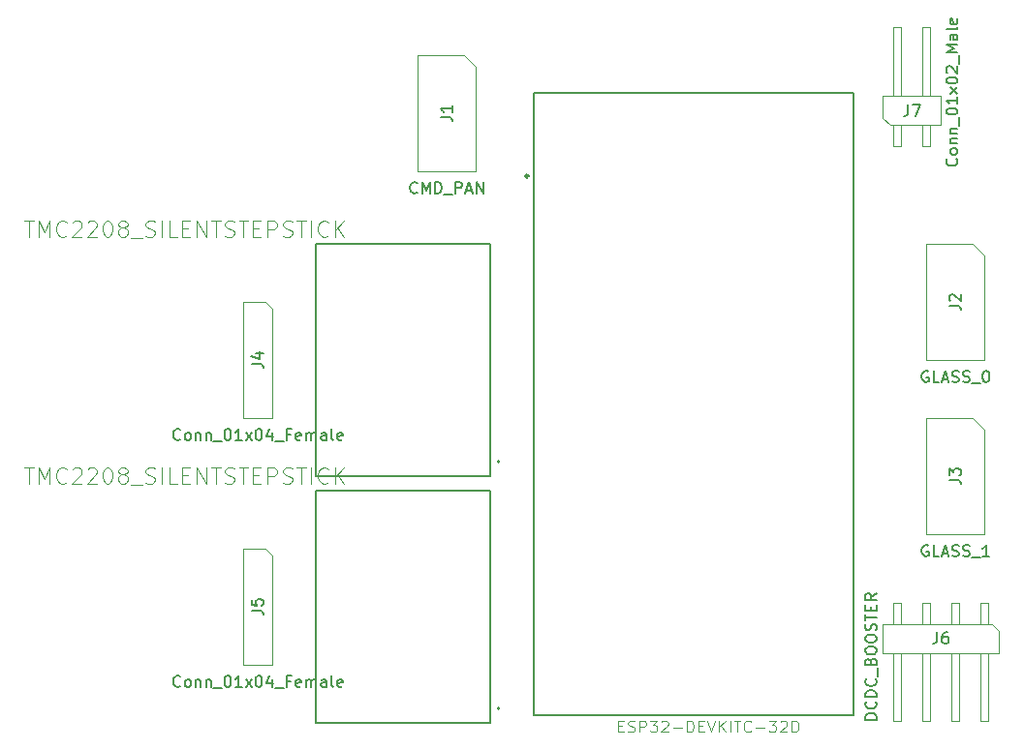
<source format=gbr>
%TF.GenerationSoftware,KiCad,Pcbnew,(5.1.7)-1*%
%TF.CreationDate,2021-03-18T15:35:39+01:00*%
%TF.ProjectId,RBY_tireuse,5242595f-7469-4726-9575-73652e6b6963,rev?*%
%TF.SameCoordinates,Original*%
%TF.FileFunction,Other,Fab,Top*%
%FSLAX46Y46*%
G04 Gerber Fmt 4.6, Leading zero omitted, Abs format (unit mm)*
G04 Created by KiCad (PCBNEW (5.1.7)-1) date 2021-03-18 15:35:39*
%MOMM*%
%LPD*%
G01*
G04 APERTURE LIST*
%ADD10C,0.100000*%
%ADD11C,0.280000*%
%ADD12C,0.127000*%
%ADD13C,0.200000*%
%ADD14C,0.150000*%
%ADD15C,0.015000*%
G04 APERTURE END LIST*
D10*
%TO.C,J6*%
X111440000Y-105640000D02*
X111440000Y-111640000D01*
X112080000Y-111640000D02*
X111440000Y-111640000D01*
X112080000Y-105640000D02*
X112080000Y-111640000D01*
X111440000Y-101280000D02*
X111440000Y-103100000D01*
X112080000Y-101280000D02*
X111440000Y-101280000D01*
X112080000Y-101280000D02*
X112080000Y-103100000D01*
X113980000Y-105640000D02*
X113980000Y-111640000D01*
X114620000Y-111640000D02*
X113980000Y-111640000D01*
X114620000Y-105640000D02*
X114620000Y-111640000D01*
X113980000Y-101280000D02*
X113980000Y-103100000D01*
X114620000Y-101280000D02*
X113980000Y-101280000D01*
X114620000Y-101280000D02*
X114620000Y-103100000D01*
X116520000Y-105640000D02*
X116520000Y-111640000D01*
X117160000Y-111640000D02*
X116520000Y-111640000D01*
X117160000Y-105640000D02*
X117160000Y-111640000D01*
X116520000Y-101280000D02*
X116520000Y-103100000D01*
X117160000Y-101280000D02*
X116520000Y-101280000D01*
X117160000Y-101280000D02*
X117160000Y-103100000D01*
X119060000Y-105640000D02*
X119060000Y-111640000D01*
X119700000Y-111640000D02*
X119060000Y-111640000D01*
X119700000Y-105640000D02*
X119700000Y-111640000D01*
X119060000Y-101280000D02*
X119060000Y-103100000D01*
X119700000Y-101280000D02*
X119060000Y-101280000D01*
X119700000Y-101280000D02*
X119700000Y-103100000D01*
X120015000Y-103100000D02*
X120650000Y-103735000D01*
X110490000Y-103100000D02*
X120015000Y-103100000D01*
X110490000Y-105640000D02*
X110490000Y-103100000D01*
X120650000Y-105640000D02*
X110490000Y-105640000D01*
X120650000Y-103735000D02*
X120650000Y-105640000D01*
D11*
%TO.C,U1*%
X79520000Y-63920000D02*
G75*
G03*
X79520000Y-63920000I-140000J0D01*
G01*
X79520000Y-63920000D02*
G75*
G03*
X79520000Y-63920000I-140000J0D01*
G01*
D12*
X80030000Y-111070000D02*
X80030000Y-56670000D01*
X107930000Y-111070000D02*
X80030000Y-111070000D01*
X107930000Y-56670000D02*
X107930000Y-111070000D01*
X80030000Y-56670000D02*
X107930000Y-56670000D01*
D10*
%TO.C,J7*%
X114620000Y-56920000D02*
X114620000Y-50920000D01*
X113980000Y-50920000D02*
X114620000Y-50920000D01*
X113980000Y-56920000D02*
X113980000Y-50920000D01*
X114620000Y-61280000D02*
X114620000Y-59460000D01*
X113980000Y-61280000D02*
X114620000Y-61280000D01*
X113980000Y-61280000D02*
X113980000Y-59460000D01*
X112080000Y-56920000D02*
X112080000Y-50920000D01*
X111440000Y-50920000D02*
X112080000Y-50920000D01*
X111440000Y-56920000D02*
X111440000Y-50920000D01*
X112080000Y-61280000D02*
X112080000Y-59460000D01*
X111440000Y-61280000D02*
X112080000Y-61280000D01*
X111440000Y-61280000D02*
X111440000Y-59460000D01*
X111125000Y-59460000D02*
X110490000Y-58825000D01*
X115570000Y-59460000D02*
X111125000Y-59460000D01*
X115570000Y-56920000D02*
X115570000Y-59460000D01*
X110490000Y-56920000D02*
X115570000Y-56920000D01*
X110490000Y-58825000D02*
X110490000Y-56920000D01*
%TO.C,J3*%
X114300000Y-95250000D02*
X114300000Y-85090000D01*
X119380000Y-95250000D02*
X114300000Y-95250000D01*
X119380000Y-86090000D02*
X119380000Y-95250000D01*
X118380000Y-85090000D02*
X119380000Y-86090000D01*
X114300000Y-85090000D02*
X118380000Y-85090000D01*
%TO.C,J2*%
X114300000Y-80010000D02*
X114300000Y-69850000D01*
X119380000Y-80010000D02*
X114300000Y-80010000D01*
X119380000Y-70850000D02*
X119380000Y-80010000D01*
X118380000Y-69850000D02*
X119380000Y-70850000D01*
X114300000Y-69850000D02*
X118380000Y-69850000D01*
%TO.C,J1*%
X69850000Y-63500000D02*
X69850000Y-53340000D01*
X74930000Y-63500000D02*
X69850000Y-63500000D01*
X74930000Y-54340000D02*
X74930000Y-63500000D01*
X73930000Y-53340000D02*
X74930000Y-54340000D01*
X69850000Y-53340000D02*
X73930000Y-53340000D01*
%TO.C,J4*%
X54610000Y-85090000D02*
X54610000Y-74930000D01*
X57150000Y-85090000D02*
X54610000Y-85090000D01*
X57150000Y-75565000D02*
X57150000Y-85090000D01*
X56515000Y-74930000D02*
X57150000Y-75565000D01*
X54610000Y-74930000D02*
X56515000Y-74930000D01*
%TO.C,J5*%
X54610000Y-96520000D02*
X56515000Y-96520000D01*
X56515000Y-96520000D02*
X57150000Y-97155000D01*
X57150000Y-97155000D02*
X57150000Y-106680000D01*
X57150000Y-106680000D02*
X54610000Y-106680000D01*
X54610000Y-106680000D02*
X54610000Y-96520000D01*
D13*
%TO.C,U2*%
X76980000Y-88900000D02*
G75*
G03*
X76980000Y-88900000I-100000J0D01*
G01*
D12*
X76200000Y-90170000D02*
X76200000Y-69850000D01*
X60960000Y-90170000D02*
X76200000Y-90170000D01*
X60960000Y-69850000D02*
X60960000Y-90170000D01*
X76200000Y-69850000D02*
X60960000Y-69850000D01*
%TO.C,U3*%
X76200000Y-91440000D02*
X60960000Y-91440000D01*
X60960000Y-91440000D02*
X60960000Y-111760000D01*
X60960000Y-111760000D02*
X76200000Y-111760000D01*
X76200000Y-111760000D02*
X76200000Y-91440000D01*
D13*
X76980000Y-110490000D02*
G75*
G03*
X76980000Y-110490000I-100000J0D01*
G01*
%TD*%
%TO.C,J6*%
D14*
X109942380Y-111485000D02*
X108942380Y-111485000D01*
X108942380Y-111246904D01*
X108990000Y-111104047D01*
X109085238Y-111008809D01*
X109180476Y-110961190D01*
X109370952Y-110913571D01*
X109513809Y-110913571D01*
X109704285Y-110961190D01*
X109799523Y-111008809D01*
X109894761Y-111104047D01*
X109942380Y-111246904D01*
X109942380Y-111485000D01*
X109847142Y-109913571D02*
X109894761Y-109961190D01*
X109942380Y-110104047D01*
X109942380Y-110199285D01*
X109894761Y-110342142D01*
X109799523Y-110437380D01*
X109704285Y-110485000D01*
X109513809Y-110532619D01*
X109370952Y-110532619D01*
X109180476Y-110485000D01*
X109085238Y-110437380D01*
X108990000Y-110342142D01*
X108942380Y-110199285D01*
X108942380Y-110104047D01*
X108990000Y-109961190D01*
X109037619Y-109913571D01*
X109942380Y-109485000D02*
X108942380Y-109485000D01*
X108942380Y-109246904D01*
X108990000Y-109104047D01*
X109085238Y-109008809D01*
X109180476Y-108961190D01*
X109370952Y-108913571D01*
X109513809Y-108913571D01*
X109704285Y-108961190D01*
X109799523Y-109008809D01*
X109894761Y-109104047D01*
X109942380Y-109246904D01*
X109942380Y-109485000D01*
X109847142Y-107913571D02*
X109894761Y-107961190D01*
X109942380Y-108104047D01*
X109942380Y-108199285D01*
X109894761Y-108342142D01*
X109799523Y-108437380D01*
X109704285Y-108485000D01*
X109513809Y-108532619D01*
X109370952Y-108532619D01*
X109180476Y-108485000D01*
X109085238Y-108437380D01*
X108990000Y-108342142D01*
X108942380Y-108199285D01*
X108942380Y-108104047D01*
X108990000Y-107961190D01*
X109037619Y-107913571D01*
X110037619Y-107723095D02*
X110037619Y-106961190D01*
X109418571Y-106389761D02*
X109466190Y-106246904D01*
X109513809Y-106199285D01*
X109609047Y-106151666D01*
X109751904Y-106151666D01*
X109847142Y-106199285D01*
X109894761Y-106246904D01*
X109942380Y-106342142D01*
X109942380Y-106723095D01*
X108942380Y-106723095D01*
X108942380Y-106389761D01*
X108990000Y-106294523D01*
X109037619Y-106246904D01*
X109132857Y-106199285D01*
X109228095Y-106199285D01*
X109323333Y-106246904D01*
X109370952Y-106294523D01*
X109418571Y-106389761D01*
X109418571Y-106723095D01*
X108942380Y-105532619D02*
X108942380Y-105342142D01*
X108990000Y-105246904D01*
X109085238Y-105151666D01*
X109275714Y-105104047D01*
X109609047Y-105104047D01*
X109799523Y-105151666D01*
X109894761Y-105246904D01*
X109942380Y-105342142D01*
X109942380Y-105532619D01*
X109894761Y-105627857D01*
X109799523Y-105723095D01*
X109609047Y-105770714D01*
X109275714Y-105770714D01*
X109085238Y-105723095D01*
X108990000Y-105627857D01*
X108942380Y-105532619D01*
X108942380Y-104485000D02*
X108942380Y-104294523D01*
X108990000Y-104199285D01*
X109085238Y-104104047D01*
X109275714Y-104056428D01*
X109609047Y-104056428D01*
X109799523Y-104104047D01*
X109894761Y-104199285D01*
X109942380Y-104294523D01*
X109942380Y-104485000D01*
X109894761Y-104580238D01*
X109799523Y-104675476D01*
X109609047Y-104723095D01*
X109275714Y-104723095D01*
X109085238Y-104675476D01*
X108990000Y-104580238D01*
X108942380Y-104485000D01*
X109894761Y-103675476D02*
X109942380Y-103532619D01*
X109942380Y-103294523D01*
X109894761Y-103199285D01*
X109847142Y-103151666D01*
X109751904Y-103104047D01*
X109656666Y-103104047D01*
X109561428Y-103151666D01*
X109513809Y-103199285D01*
X109466190Y-103294523D01*
X109418571Y-103485000D01*
X109370952Y-103580238D01*
X109323333Y-103627857D01*
X109228095Y-103675476D01*
X109132857Y-103675476D01*
X109037619Y-103627857D01*
X108990000Y-103580238D01*
X108942380Y-103485000D01*
X108942380Y-103246904D01*
X108990000Y-103104047D01*
X108942380Y-102818333D02*
X108942380Y-102246904D01*
X109942380Y-102532619D02*
X108942380Y-102532619D01*
X109418571Y-101913571D02*
X109418571Y-101580238D01*
X109942380Y-101437380D02*
X109942380Y-101913571D01*
X108942380Y-101913571D01*
X108942380Y-101437380D01*
X109942380Y-100437380D02*
X109466190Y-100770714D01*
X109942380Y-101008809D02*
X108942380Y-101008809D01*
X108942380Y-100627857D01*
X108990000Y-100532619D01*
X109037619Y-100485000D01*
X109132857Y-100437380D01*
X109275714Y-100437380D01*
X109370952Y-100485000D01*
X109418571Y-100532619D01*
X109466190Y-100627857D01*
X109466190Y-101008809D01*
X115236666Y-103822380D02*
X115236666Y-104536666D01*
X115189047Y-104679523D01*
X115093809Y-104774761D01*
X114950952Y-104822380D01*
X114855714Y-104822380D01*
X116141428Y-103822380D02*
X115950952Y-103822380D01*
X115855714Y-103870000D01*
X115808095Y-103917619D01*
X115712857Y-104060476D01*
X115665238Y-104250952D01*
X115665238Y-104631904D01*
X115712857Y-104727142D01*
X115760476Y-104774761D01*
X115855714Y-104822380D01*
X116046190Y-104822380D01*
X116141428Y-104774761D01*
X116189047Y-104727142D01*
X116236666Y-104631904D01*
X116236666Y-104393809D01*
X116189047Y-104298571D01*
X116141428Y-104250952D01*
X116046190Y-104203333D01*
X115855714Y-104203333D01*
X115760476Y-104250952D01*
X115712857Y-104298571D01*
X115665238Y-104393809D01*
%TO.C,U1*%
D15*
X87379825Y-112043031D02*
X87713507Y-112043031D01*
X87856514Y-112567389D02*
X87379825Y-112567389D01*
X87379825Y-111566342D01*
X87856514Y-111566342D01*
X88237865Y-112519720D02*
X88380872Y-112567389D01*
X88619216Y-112567389D01*
X88714554Y-112519720D01*
X88762223Y-112472051D01*
X88809892Y-112376713D01*
X88809892Y-112281376D01*
X88762223Y-112186038D01*
X88714554Y-112138369D01*
X88619216Y-112090700D01*
X88428541Y-112043031D01*
X88333203Y-111995362D01*
X88285534Y-111947693D01*
X88237865Y-111852356D01*
X88237865Y-111757018D01*
X88285534Y-111661680D01*
X88333203Y-111614011D01*
X88428541Y-111566342D01*
X88666885Y-111566342D01*
X88809892Y-111614011D01*
X89238912Y-112567389D02*
X89238912Y-111566342D01*
X89620263Y-111566342D01*
X89715601Y-111614011D01*
X89763270Y-111661680D01*
X89810939Y-111757018D01*
X89810939Y-111900024D01*
X89763270Y-111995362D01*
X89715601Y-112043031D01*
X89620263Y-112090700D01*
X89238912Y-112090700D01*
X90144621Y-111566342D02*
X90764317Y-111566342D01*
X90430635Y-111947693D01*
X90573641Y-111947693D01*
X90668979Y-111995362D01*
X90716648Y-112043031D01*
X90764317Y-112138369D01*
X90764317Y-112376713D01*
X90716648Y-112472051D01*
X90668979Y-112519720D01*
X90573641Y-112567389D01*
X90287628Y-112567389D01*
X90192290Y-112519720D01*
X90144621Y-112472051D01*
X91145668Y-111661680D02*
X91193337Y-111614011D01*
X91288675Y-111566342D01*
X91527019Y-111566342D01*
X91622357Y-111614011D01*
X91670026Y-111661680D01*
X91717695Y-111757018D01*
X91717695Y-111852356D01*
X91670026Y-111995362D01*
X91097999Y-112567389D01*
X91717695Y-112567389D01*
X92146715Y-112186038D02*
X92909418Y-112186038D01*
X93386107Y-112567389D02*
X93386107Y-111566342D01*
X93624451Y-111566342D01*
X93767458Y-111614011D01*
X93862796Y-111709349D01*
X93910465Y-111804687D01*
X93958134Y-111995362D01*
X93958134Y-112138369D01*
X93910465Y-112329045D01*
X93862796Y-112424382D01*
X93767458Y-112519720D01*
X93624451Y-112567389D01*
X93386107Y-112567389D01*
X94387154Y-112043031D02*
X94720836Y-112043031D01*
X94863843Y-112567389D02*
X94387154Y-112567389D01*
X94387154Y-111566342D01*
X94863843Y-111566342D01*
X95149856Y-111566342D02*
X95483538Y-112567389D01*
X95817221Y-111566342D01*
X96150903Y-112567389D02*
X96150903Y-111566342D01*
X96722930Y-112567389D02*
X96293910Y-111995362D01*
X96722930Y-111566342D02*
X96150903Y-112138369D01*
X97151950Y-112567389D02*
X97151950Y-111566342D01*
X97485632Y-111566342D02*
X98057659Y-111566342D01*
X97771646Y-112567389D02*
X97771646Y-111566342D01*
X98963369Y-112472051D02*
X98915700Y-112519720D01*
X98772693Y-112567389D01*
X98677355Y-112567389D01*
X98534348Y-112519720D01*
X98439011Y-112424382D01*
X98391342Y-112329045D01*
X98343673Y-112138369D01*
X98343673Y-111995362D01*
X98391342Y-111804687D01*
X98439011Y-111709349D01*
X98534348Y-111614011D01*
X98677355Y-111566342D01*
X98772693Y-111566342D01*
X98915700Y-111614011D01*
X98963369Y-111661680D01*
X99392389Y-112186038D02*
X100155091Y-112186038D01*
X100536442Y-111566342D02*
X101156138Y-111566342D01*
X100822456Y-111947693D01*
X100965463Y-111947693D01*
X101060800Y-111995362D01*
X101108469Y-112043031D01*
X101156138Y-112138369D01*
X101156138Y-112376713D01*
X101108469Y-112472051D01*
X101060800Y-112519720D01*
X100965463Y-112567389D01*
X100679449Y-112567389D01*
X100584111Y-112519720D01*
X100536442Y-112472051D01*
X101537489Y-111661680D02*
X101585158Y-111614011D01*
X101680496Y-111566342D01*
X101918841Y-111566342D01*
X102014178Y-111614011D01*
X102061847Y-111661680D01*
X102109516Y-111757018D01*
X102109516Y-111852356D01*
X102061847Y-111995362D01*
X101489820Y-112567389D01*
X102109516Y-112567389D01*
X102538536Y-112567389D02*
X102538536Y-111566342D01*
X102776881Y-111566342D01*
X102919888Y-111614011D01*
X103015225Y-111709349D01*
X103062894Y-111804687D01*
X103110563Y-111995362D01*
X103110563Y-112138369D01*
X103062894Y-112329045D01*
X103015225Y-112424382D01*
X102919888Y-112519720D01*
X102776881Y-112567389D01*
X102538536Y-112567389D01*
%TO.C,J7*%
D14*
X116927142Y-62408333D02*
X116974761Y-62455952D01*
X117022380Y-62598809D01*
X117022380Y-62694047D01*
X116974761Y-62836904D01*
X116879523Y-62932142D01*
X116784285Y-62979761D01*
X116593809Y-63027380D01*
X116450952Y-63027380D01*
X116260476Y-62979761D01*
X116165238Y-62932142D01*
X116070000Y-62836904D01*
X116022380Y-62694047D01*
X116022380Y-62598809D01*
X116070000Y-62455952D01*
X116117619Y-62408333D01*
X117022380Y-61836904D02*
X116974761Y-61932142D01*
X116927142Y-61979761D01*
X116831904Y-62027380D01*
X116546190Y-62027380D01*
X116450952Y-61979761D01*
X116403333Y-61932142D01*
X116355714Y-61836904D01*
X116355714Y-61694047D01*
X116403333Y-61598809D01*
X116450952Y-61551190D01*
X116546190Y-61503571D01*
X116831904Y-61503571D01*
X116927142Y-61551190D01*
X116974761Y-61598809D01*
X117022380Y-61694047D01*
X117022380Y-61836904D01*
X116355714Y-61075000D02*
X117022380Y-61075000D01*
X116450952Y-61075000D02*
X116403333Y-61027380D01*
X116355714Y-60932142D01*
X116355714Y-60789285D01*
X116403333Y-60694047D01*
X116498571Y-60646428D01*
X117022380Y-60646428D01*
X116355714Y-60170238D02*
X117022380Y-60170238D01*
X116450952Y-60170238D02*
X116403333Y-60122619D01*
X116355714Y-60027380D01*
X116355714Y-59884523D01*
X116403333Y-59789285D01*
X116498571Y-59741666D01*
X117022380Y-59741666D01*
X117117619Y-59503571D02*
X117117619Y-58741666D01*
X116022380Y-58313095D02*
X116022380Y-58217857D01*
X116070000Y-58122619D01*
X116117619Y-58075000D01*
X116212857Y-58027380D01*
X116403333Y-57979761D01*
X116641428Y-57979761D01*
X116831904Y-58027380D01*
X116927142Y-58075000D01*
X116974761Y-58122619D01*
X117022380Y-58217857D01*
X117022380Y-58313095D01*
X116974761Y-58408333D01*
X116927142Y-58455952D01*
X116831904Y-58503571D01*
X116641428Y-58551190D01*
X116403333Y-58551190D01*
X116212857Y-58503571D01*
X116117619Y-58455952D01*
X116070000Y-58408333D01*
X116022380Y-58313095D01*
X117022380Y-57027380D02*
X117022380Y-57598809D01*
X117022380Y-57313095D02*
X116022380Y-57313095D01*
X116165238Y-57408333D01*
X116260476Y-57503571D01*
X116308095Y-57598809D01*
X117022380Y-56694047D02*
X116355714Y-56170238D01*
X116355714Y-56694047D02*
X117022380Y-56170238D01*
X116022380Y-55598809D02*
X116022380Y-55503571D01*
X116070000Y-55408333D01*
X116117619Y-55360714D01*
X116212857Y-55313095D01*
X116403333Y-55265476D01*
X116641428Y-55265476D01*
X116831904Y-55313095D01*
X116927142Y-55360714D01*
X116974761Y-55408333D01*
X117022380Y-55503571D01*
X117022380Y-55598809D01*
X116974761Y-55694047D01*
X116927142Y-55741666D01*
X116831904Y-55789285D01*
X116641428Y-55836904D01*
X116403333Y-55836904D01*
X116212857Y-55789285D01*
X116117619Y-55741666D01*
X116070000Y-55694047D01*
X116022380Y-55598809D01*
X116117619Y-54884523D02*
X116070000Y-54836904D01*
X116022380Y-54741666D01*
X116022380Y-54503571D01*
X116070000Y-54408333D01*
X116117619Y-54360714D01*
X116212857Y-54313095D01*
X116308095Y-54313095D01*
X116450952Y-54360714D01*
X117022380Y-54932142D01*
X117022380Y-54313095D01*
X117117619Y-54122619D02*
X117117619Y-53360714D01*
X117022380Y-53122619D02*
X116022380Y-53122619D01*
X116736666Y-52789285D01*
X116022380Y-52455952D01*
X117022380Y-52455952D01*
X117022380Y-51551190D02*
X116498571Y-51551190D01*
X116403333Y-51598809D01*
X116355714Y-51694047D01*
X116355714Y-51884523D01*
X116403333Y-51979761D01*
X116974761Y-51551190D02*
X117022380Y-51646428D01*
X117022380Y-51884523D01*
X116974761Y-51979761D01*
X116879523Y-52027380D01*
X116784285Y-52027380D01*
X116689047Y-51979761D01*
X116641428Y-51884523D01*
X116641428Y-51646428D01*
X116593809Y-51551190D01*
X117022380Y-50932142D02*
X116974761Y-51027380D01*
X116879523Y-51075000D01*
X116022380Y-51075000D01*
X116974761Y-50170238D02*
X117022380Y-50265476D01*
X117022380Y-50455952D01*
X116974761Y-50551190D01*
X116879523Y-50598809D01*
X116498571Y-50598809D01*
X116403333Y-50551190D01*
X116355714Y-50455952D01*
X116355714Y-50265476D01*
X116403333Y-50170238D01*
X116498571Y-50122619D01*
X116593809Y-50122619D01*
X116689047Y-50598809D01*
X112696666Y-57642380D02*
X112696666Y-58356666D01*
X112649047Y-58499523D01*
X112553809Y-58594761D01*
X112410952Y-58642380D01*
X112315714Y-58642380D01*
X113077619Y-57642380D02*
X113744285Y-57642380D01*
X113315714Y-58642380D01*
%TO.C,J3*%
X114459047Y-96250000D02*
X114363809Y-96202380D01*
X114220952Y-96202380D01*
X114078095Y-96250000D01*
X113982857Y-96345238D01*
X113935238Y-96440476D01*
X113887619Y-96630952D01*
X113887619Y-96773809D01*
X113935238Y-96964285D01*
X113982857Y-97059523D01*
X114078095Y-97154761D01*
X114220952Y-97202380D01*
X114316190Y-97202380D01*
X114459047Y-97154761D01*
X114506666Y-97107142D01*
X114506666Y-96773809D01*
X114316190Y-96773809D01*
X115411428Y-97202380D02*
X114935238Y-97202380D01*
X114935238Y-96202380D01*
X115697142Y-96916666D02*
X116173333Y-96916666D01*
X115601904Y-97202380D02*
X115935238Y-96202380D01*
X116268571Y-97202380D01*
X116554285Y-97154761D02*
X116697142Y-97202380D01*
X116935238Y-97202380D01*
X117030476Y-97154761D01*
X117078095Y-97107142D01*
X117125714Y-97011904D01*
X117125714Y-96916666D01*
X117078095Y-96821428D01*
X117030476Y-96773809D01*
X116935238Y-96726190D01*
X116744761Y-96678571D01*
X116649523Y-96630952D01*
X116601904Y-96583333D01*
X116554285Y-96488095D01*
X116554285Y-96392857D01*
X116601904Y-96297619D01*
X116649523Y-96250000D01*
X116744761Y-96202380D01*
X116982857Y-96202380D01*
X117125714Y-96250000D01*
X117506666Y-97154761D02*
X117649523Y-97202380D01*
X117887619Y-97202380D01*
X117982857Y-97154761D01*
X118030476Y-97107142D01*
X118078095Y-97011904D01*
X118078095Y-96916666D01*
X118030476Y-96821428D01*
X117982857Y-96773809D01*
X117887619Y-96726190D01*
X117697142Y-96678571D01*
X117601904Y-96630952D01*
X117554285Y-96583333D01*
X117506666Y-96488095D01*
X117506666Y-96392857D01*
X117554285Y-96297619D01*
X117601904Y-96250000D01*
X117697142Y-96202380D01*
X117935238Y-96202380D01*
X118078095Y-96250000D01*
X118268571Y-97297619D02*
X119030476Y-97297619D01*
X119792380Y-97202380D02*
X119220952Y-97202380D01*
X119506666Y-97202380D02*
X119506666Y-96202380D01*
X119411428Y-96345238D01*
X119316190Y-96440476D01*
X119220952Y-96488095D01*
X116292380Y-90503333D02*
X117006666Y-90503333D01*
X117149523Y-90550952D01*
X117244761Y-90646190D01*
X117292380Y-90789047D01*
X117292380Y-90884285D01*
X116292380Y-90122380D02*
X116292380Y-89503333D01*
X116673333Y-89836666D01*
X116673333Y-89693809D01*
X116720952Y-89598571D01*
X116768571Y-89550952D01*
X116863809Y-89503333D01*
X117101904Y-89503333D01*
X117197142Y-89550952D01*
X117244761Y-89598571D01*
X117292380Y-89693809D01*
X117292380Y-89979523D01*
X117244761Y-90074761D01*
X117197142Y-90122380D01*
%TO.C,J2*%
X114459047Y-81010000D02*
X114363809Y-80962380D01*
X114220952Y-80962380D01*
X114078095Y-81010000D01*
X113982857Y-81105238D01*
X113935238Y-81200476D01*
X113887619Y-81390952D01*
X113887619Y-81533809D01*
X113935238Y-81724285D01*
X113982857Y-81819523D01*
X114078095Y-81914761D01*
X114220952Y-81962380D01*
X114316190Y-81962380D01*
X114459047Y-81914761D01*
X114506666Y-81867142D01*
X114506666Y-81533809D01*
X114316190Y-81533809D01*
X115411428Y-81962380D02*
X114935238Y-81962380D01*
X114935238Y-80962380D01*
X115697142Y-81676666D02*
X116173333Y-81676666D01*
X115601904Y-81962380D02*
X115935238Y-80962380D01*
X116268571Y-81962380D01*
X116554285Y-81914761D02*
X116697142Y-81962380D01*
X116935238Y-81962380D01*
X117030476Y-81914761D01*
X117078095Y-81867142D01*
X117125714Y-81771904D01*
X117125714Y-81676666D01*
X117078095Y-81581428D01*
X117030476Y-81533809D01*
X116935238Y-81486190D01*
X116744761Y-81438571D01*
X116649523Y-81390952D01*
X116601904Y-81343333D01*
X116554285Y-81248095D01*
X116554285Y-81152857D01*
X116601904Y-81057619D01*
X116649523Y-81010000D01*
X116744761Y-80962380D01*
X116982857Y-80962380D01*
X117125714Y-81010000D01*
X117506666Y-81914761D02*
X117649523Y-81962380D01*
X117887619Y-81962380D01*
X117982857Y-81914761D01*
X118030476Y-81867142D01*
X118078095Y-81771904D01*
X118078095Y-81676666D01*
X118030476Y-81581428D01*
X117982857Y-81533809D01*
X117887619Y-81486190D01*
X117697142Y-81438571D01*
X117601904Y-81390952D01*
X117554285Y-81343333D01*
X117506666Y-81248095D01*
X117506666Y-81152857D01*
X117554285Y-81057619D01*
X117601904Y-81010000D01*
X117697142Y-80962380D01*
X117935238Y-80962380D01*
X118078095Y-81010000D01*
X118268571Y-82057619D02*
X119030476Y-82057619D01*
X119459047Y-80962380D02*
X119554285Y-80962380D01*
X119649523Y-81010000D01*
X119697142Y-81057619D01*
X119744761Y-81152857D01*
X119792380Y-81343333D01*
X119792380Y-81581428D01*
X119744761Y-81771904D01*
X119697142Y-81867142D01*
X119649523Y-81914761D01*
X119554285Y-81962380D01*
X119459047Y-81962380D01*
X119363809Y-81914761D01*
X119316190Y-81867142D01*
X119268571Y-81771904D01*
X119220952Y-81581428D01*
X119220952Y-81343333D01*
X119268571Y-81152857D01*
X119316190Y-81057619D01*
X119363809Y-81010000D01*
X119459047Y-80962380D01*
X116292380Y-75263333D02*
X117006666Y-75263333D01*
X117149523Y-75310952D01*
X117244761Y-75406190D01*
X117292380Y-75549047D01*
X117292380Y-75644285D01*
X116387619Y-74834761D02*
X116340000Y-74787142D01*
X116292380Y-74691904D01*
X116292380Y-74453809D01*
X116340000Y-74358571D01*
X116387619Y-74310952D01*
X116482857Y-74263333D01*
X116578095Y-74263333D01*
X116720952Y-74310952D01*
X117292380Y-74882380D01*
X117292380Y-74263333D01*
%TO.C,J1*%
X69794761Y-65357142D02*
X69747142Y-65404761D01*
X69604285Y-65452380D01*
X69509047Y-65452380D01*
X69366190Y-65404761D01*
X69270952Y-65309523D01*
X69223333Y-65214285D01*
X69175714Y-65023809D01*
X69175714Y-64880952D01*
X69223333Y-64690476D01*
X69270952Y-64595238D01*
X69366190Y-64500000D01*
X69509047Y-64452380D01*
X69604285Y-64452380D01*
X69747142Y-64500000D01*
X69794761Y-64547619D01*
X70223333Y-65452380D02*
X70223333Y-64452380D01*
X70556666Y-65166666D01*
X70890000Y-64452380D01*
X70890000Y-65452380D01*
X71366190Y-65452380D02*
X71366190Y-64452380D01*
X71604285Y-64452380D01*
X71747142Y-64500000D01*
X71842380Y-64595238D01*
X71890000Y-64690476D01*
X71937619Y-64880952D01*
X71937619Y-65023809D01*
X71890000Y-65214285D01*
X71842380Y-65309523D01*
X71747142Y-65404761D01*
X71604285Y-65452380D01*
X71366190Y-65452380D01*
X72128095Y-65547619D02*
X72890000Y-65547619D01*
X73128095Y-65452380D02*
X73128095Y-64452380D01*
X73509047Y-64452380D01*
X73604285Y-64500000D01*
X73651904Y-64547619D01*
X73699523Y-64642857D01*
X73699523Y-64785714D01*
X73651904Y-64880952D01*
X73604285Y-64928571D01*
X73509047Y-64976190D01*
X73128095Y-64976190D01*
X74080476Y-65166666D02*
X74556666Y-65166666D01*
X73985238Y-65452380D02*
X74318571Y-64452380D01*
X74651904Y-65452380D01*
X74985238Y-65452380D02*
X74985238Y-64452380D01*
X75556666Y-65452380D01*
X75556666Y-64452380D01*
X71842380Y-58753333D02*
X72556666Y-58753333D01*
X72699523Y-58800952D01*
X72794761Y-58896190D01*
X72842380Y-59039047D01*
X72842380Y-59134285D01*
X72842380Y-57753333D02*
X72842380Y-58324761D01*
X72842380Y-58039047D02*
X71842380Y-58039047D01*
X71985238Y-58134285D01*
X72080476Y-58229523D01*
X72128095Y-58324761D01*
%TO.C,J4*%
X49094285Y-86947142D02*
X49046666Y-86994761D01*
X48903809Y-87042380D01*
X48808571Y-87042380D01*
X48665714Y-86994761D01*
X48570476Y-86899523D01*
X48522857Y-86804285D01*
X48475238Y-86613809D01*
X48475238Y-86470952D01*
X48522857Y-86280476D01*
X48570476Y-86185238D01*
X48665714Y-86090000D01*
X48808571Y-86042380D01*
X48903809Y-86042380D01*
X49046666Y-86090000D01*
X49094285Y-86137619D01*
X49665714Y-87042380D02*
X49570476Y-86994761D01*
X49522857Y-86947142D01*
X49475238Y-86851904D01*
X49475238Y-86566190D01*
X49522857Y-86470952D01*
X49570476Y-86423333D01*
X49665714Y-86375714D01*
X49808571Y-86375714D01*
X49903809Y-86423333D01*
X49951428Y-86470952D01*
X49999047Y-86566190D01*
X49999047Y-86851904D01*
X49951428Y-86947142D01*
X49903809Y-86994761D01*
X49808571Y-87042380D01*
X49665714Y-87042380D01*
X50427619Y-86375714D02*
X50427619Y-87042380D01*
X50427619Y-86470952D02*
X50475238Y-86423333D01*
X50570476Y-86375714D01*
X50713333Y-86375714D01*
X50808571Y-86423333D01*
X50856190Y-86518571D01*
X50856190Y-87042380D01*
X51332380Y-86375714D02*
X51332380Y-87042380D01*
X51332380Y-86470952D02*
X51380000Y-86423333D01*
X51475238Y-86375714D01*
X51618095Y-86375714D01*
X51713333Y-86423333D01*
X51760952Y-86518571D01*
X51760952Y-87042380D01*
X51999047Y-87137619D02*
X52760952Y-87137619D01*
X53189523Y-86042380D02*
X53284761Y-86042380D01*
X53380000Y-86090000D01*
X53427619Y-86137619D01*
X53475238Y-86232857D01*
X53522857Y-86423333D01*
X53522857Y-86661428D01*
X53475238Y-86851904D01*
X53427619Y-86947142D01*
X53380000Y-86994761D01*
X53284761Y-87042380D01*
X53189523Y-87042380D01*
X53094285Y-86994761D01*
X53046666Y-86947142D01*
X52999047Y-86851904D01*
X52951428Y-86661428D01*
X52951428Y-86423333D01*
X52999047Y-86232857D01*
X53046666Y-86137619D01*
X53094285Y-86090000D01*
X53189523Y-86042380D01*
X54475238Y-87042380D02*
X53903809Y-87042380D01*
X54189523Y-87042380D02*
X54189523Y-86042380D01*
X54094285Y-86185238D01*
X53999047Y-86280476D01*
X53903809Y-86328095D01*
X54808571Y-87042380D02*
X55332380Y-86375714D01*
X54808571Y-86375714D02*
X55332380Y-87042380D01*
X55903809Y-86042380D02*
X55999047Y-86042380D01*
X56094285Y-86090000D01*
X56141904Y-86137619D01*
X56189523Y-86232857D01*
X56237142Y-86423333D01*
X56237142Y-86661428D01*
X56189523Y-86851904D01*
X56141904Y-86947142D01*
X56094285Y-86994761D01*
X55999047Y-87042380D01*
X55903809Y-87042380D01*
X55808571Y-86994761D01*
X55760952Y-86947142D01*
X55713333Y-86851904D01*
X55665714Y-86661428D01*
X55665714Y-86423333D01*
X55713333Y-86232857D01*
X55760952Y-86137619D01*
X55808571Y-86090000D01*
X55903809Y-86042380D01*
X57094285Y-86375714D02*
X57094285Y-87042380D01*
X56856190Y-85994761D02*
X56618095Y-86709047D01*
X57237142Y-86709047D01*
X57380000Y-87137619D02*
X58141904Y-87137619D01*
X58713333Y-86518571D02*
X58380000Y-86518571D01*
X58380000Y-87042380D02*
X58380000Y-86042380D01*
X58856190Y-86042380D01*
X59618095Y-86994761D02*
X59522857Y-87042380D01*
X59332380Y-87042380D01*
X59237142Y-86994761D01*
X59189523Y-86899523D01*
X59189523Y-86518571D01*
X59237142Y-86423333D01*
X59332380Y-86375714D01*
X59522857Y-86375714D01*
X59618095Y-86423333D01*
X59665714Y-86518571D01*
X59665714Y-86613809D01*
X59189523Y-86709047D01*
X60094285Y-87042380D02*
X60094285Y-86375714D01*
X60094285Y-86470952D02*
X60141904Y-86423333D01*
X60237142Y-86375714D01*
X60380000Y-86375714D01*
X60475238Y-86423333D01*
X60522857Y-86518571D01*
X60522857Y-87042380D01*
X60522857Y-86518571D02*
X60570476Y-86423333D01*
X60665714Y-86375714D01*
X60808571Y-86375714D01*
X60903809Y-86423333D01*
X60951428Y-86518571D01*
X60951428Y-87042380D01*
X61856190Y-87042380D02*
X61856190Y-86518571D01*
X61808571Y-86423333D01*
X61713333Y-86375714D01*
X61522857Y-86375714D01*
X61427619Y-86423333D01*
X61856190Y-86994761D02*
X61760952Y-87042380D01*
X61522857Y-87042380D01*
X61427619Y-86994761D01*
X61380000Y-86899523D01*
X61380000Y-86804285D01*
X61427619Y-86709047D01*
X61522857Y-86661428D01*
X61760952Y-86661428D01*
X61856190Y-86613809D01*
X62475238Y-87042380D02*
X62380000Y-86994761D01*
X62332380Y-86899523D01*
X62332380Y-86042380D01*
X63237142Y-86994761D02*
X63141904Y-87042380D01*
X62951428Y-87042380D01*
X62856190Y-86994761D01*
X62808571Y-86899523D01*
X62808571Y-86518571D01*
X62856190Y-86423333D01*
X62951428Y-86375714D01*
X63141904Y-86375714D01*
X63237142Y-86423333D01*
X63284761Y-86518571D01*
X63284761Y-86613809D01*
X62808571Y-86709047D01*
X55332380Y-80343333D02*
X56046666Y-80343333D01*
X56189523Y-80390952D01*
X56284761Y-80486190D01*
X56332380Y-80629047D01*
X56332380Y-80724285D01*
X55665714Y-79438571D02*
X56332380Y-79438571D01*
X55284761Y-79676666D02*
X55999047Y-79914761D01*
X55999047Y-79295714D01*
%TO.C,J5*%
X49094285Y-108537142D02*
X49046666Y-108584761D01*
X48903809Y-108632380D01*
X48808571Y-108632380D01*
X48665714Y-108584761D01*
X48570476Y-108489523D01*
X48522857Y-108394285D01*
X48475238Y-108203809D01*
X48475238Y-108060952D01*
X48522857Y-107870476D01*
X48570476Y-107775238D01*
X48665714Y-107680000D01*
X48808571Y-107632380D01*
X48903809Y-107632380D01*
X49046666Y-107680000D01*
X49094285Y-107727619D01*
X49665714Y-108632380D02*
X49570476Y-108584761D01*
X49522857Y-108537142D01*
X49475238Y-108441904D01*
X49475238Y-108156190D01*
X49522857Y-108060952D01*
X49570476Y-108013333D01*
X49665714Y-107965714D01*
X49808571Y-107965714D01*
X49903809Y-108013333D01*
X49951428Y-108060952D01*
X49999047Y-108156190D01*
X49999047Y-108441904D01*
X49951428Y-108537142D01*
X49903809Y-108584761D01*
X49808571Y-108632380D01*
X49665714Y-108632380D01*
X50427619Y-107965714D02*
X50427619Y-108632380D01*
X50427619Y-108060952D02*
X50475238Y-108013333D01*
X50570476Y-107965714D01*
X50713333Y-107965714D01*
X50808571Y-108013333D01*
X50856190Y-108108571D01*
X50856190Y-108632380D01*
X51332380Y-107965714D02*
X51332380Y-108632380D01*
X51332380Y-108060952D02*
X51380000Y-108013333D01*
X51475238Y-107965714D01*
X51618095Y-107965714D01*
X51713333Y-108013333D01*
X51760952Y-108108571D01*
X51760952Y-108632380D01*
X51999047Y-108727619D02*
X52760952Y-108727619D01*
X53189523Y-107632380D02*
X53284761Y-107632380D01*
X53380000Y-107680000D01*
X53427619Y-107727619D01*
X53475238Y-107822857D01*
X53522857Y-108013333D01*
X53522857Y-108251428D01*
X53475238Y-108441904D01*
X53427619Y-108537142D01*
X53380000Y-108584761D01*
X53284761Y-108632380D01*
X53189523Y-108632380D01*
X53094285Y-108584761D01*
X53046666Y-108537142D01*
X52999047Y-108441904D01*
X52951428Y-108251428D01*
X52951428Y-108013333D01*
X52999047Y-107822857D01*
X53046666Y-107727619D01*
X53094285Y-107680000D01*
X53189523Y-107632380D01*
X54475238Y-108632380D02*
X53903809Y-108632380D01*
X54189523Y-108632380D02*
X54189523Y-107632380D01*
X54094285Y-107775238D01*
X53999047Y-107870476D01*
X53903809Y-107918095D01*
X54808571Y-108632380D02*
X55332380Y-107965714D01*
X54808571Y-107965714D02*
X55332380Y-108632380D01*
X55903809Y-107632380D02*
X55999047Y-107632380D01*
X56094285Y-107680000D01*
X56141904Y-107727619D01*
X56189523Y-107822857D01*
X56237142Y-108013333D01*
X56237142Y-108251428D01*
X56189523Y-108441904D01*
X56141904Y-108537142D01*
X56094285Y-108584761D01*
X55999047Y-108632380D01*
X55903809Y-108632380D01*
X55808571Y-108584761D01*
X55760952Y-108537142D01*
X55713333Y-108441904D01*
X55665714Y-108251428D01*
X55665714Y-108013333D01*
X55713333Y-107822857D01*
X55760952Y-107727619D01*
X55808571Y-107680000D01*
X55903809Y-107632380D01*
X57094285Y-107965714D02*
X57094285Y-108632380D01*
X56856190Y-107584761D02*
X56618095Y-108299047D01*
X57237142Y-108299047D01*
X57380000Y-108727619D02*
X58141904Y-108727619D01*
X58713333Y-108108571D02*
X58380000Y-108108571D01*
X58380000Y-108632380D02*
X58380000Y-107632380D01*
X58856190Y-107632380D01*
X59618095Y-108584761D02*
X59522857Y-108632380D01*
X59332380Y-108632380D01*
X59237142Y-108584761D01*
X59189523Y-108489523D01*
X59189523Y-108108571D01*
X59237142Y-108013333D01*
X59332380Y-107965714D01*
X59522857Y-107965714D01*
X59618095Y-108013333D01*
X59665714Y-108108571D01*
X59665714Y-108203809D01*
X59189523Y-108299047D01*
X60094285Y-108632380D02*
X60094285Y-107965714D01*
X60094285Y-108060952D02*
X60141904Y-108013333D01*
X60237142Y-107965714D01*
X60380000Y-107965714D01*
X60475238Y-108013333D01*
X60522857Y-108108571D01*
X60522857Y-108632380D01*
X60522857Y-108108571D02*
X60570476Y-108013333D01*
X60665714Y-107965714D01*
X60808571Y-107965714D01*
X60903809Y-108013333D01*
X60951428Y-108108571D01*
X60951428Y-108632380D01*
X61856190Y-108632380D02*
X61856190Y-108108571D01*
X61808571Y-108013333D01*
X61713333Y-107965714D01*
X61522857Y-107965714D01*
X61427619Y-108013333D01*
X61856190Y-108584761D02*
X61760952Y-108632380D01*
X61522857Y-108632380D01*
X61427619Y-108584761D01*
X61380000Y-108489523D01*
X61380000Y-108394285D01*
X61427619Y-108299047D01*
X61522857Y-108251428D01*
X61760952Y-108251428D01*
X61856190Y-108203809D01*
X62475238Y-108632380D02*
X62380000Y-108584761D01*
X62332380Y-108489523D01*
X62332380Y-107632380D01*
X63237142Y-108584761D02*
X63141904Y-108632380D01*
X62951428Y-108632380D01*
X62856190Y-108584761D01*
X62808571Y-108489523D01*
X62808571Y-108108571D01*
X62856190Y-108013333D01*
X62951428Y-107965714D01*
X63141904Y-107965714D01*
X63237142Y-108013333D01*
X63284761Y-108108571D01*
X63284761Y-108203809D01*
X62808571Y-108299047D01*
X55332380Y-101933333D02*
X56046666Y-101933333D01*
X56189523Y-101980952D01*
X56284761Y-102076190D01*
X56332380Y-102219047D01*
X56332380Y-102314285D01*
X55332380Y-100980952D02*
X55332380Y-101457142D01*
X55808571Y-101504761D01*
X55760952Y-101457142D01*
X55713333Y-101361904D01*
X55713333Y-101123809D01*
X55760952Y-101028571D01*
X55808571Y-100980952D01*
X55903809Y-100933333D01*
X56141904Y-100933333D01*
X56237142Y-100980952D01*
X56284761Y-101028571D01*
X56332380Y-101123809D01*
X56332380Y-101361904D01*
X56284761Y-101457142D01*
X56237142Y-101504761D01*
%TO.C,U2*%
D15*
X35476666Y-67832333D02*
X36276666Y-67832333D01*
X35876666Y-69232333D02*
X35876666Y-67832333D01*
X36743333Y-69232333D02*
X36743333Y-67832333D01*
X37209999Y-68832333D01*
X37676666Y-67832333D01*
X37676666Y-69232333D01*
X39143333Y-69099000D02*
X39076666Y-69165666D01*
X38876666Y-69232333D01*
X38743333Y-69232333D01*
X38543333Y-69165666D01*
X38409999Y-69032333D01*
X38343333Y-68899000D01*
X38276666Y-68632333D01*
X38276666Y-68432333D01*
X38343333Y-68165666D01*
X38409999Y-68032333D01*
X38543333Y-67899000D01*
X38743333Y-67832333D01*
X38876666Y-67832333D01*
X39076666Y-67899000D01*
X39143333Y-67965666D01*
X39676666Y-67965666D02*
X39743333Y-67899000D01*
X39876666Y-67832333D01*
X40209999Y-67832333D01*
X40343333Y-67899000D01*
X40409999Y-67965666D01*
X40476666Y-68099000D01*
X40476666Y-68232333D01*
X40409999Y-68432333D01*
X39609999Y-69232333D01*
X40476666Y-69232333D01*
X41009999Y-67965666D02*
X41076666Y-67899000D01*
X41209999Y-67832333D01*
X41543333Y-67832333D01*
X41676666Y-67899000D01*
X41743333Y-67965666D01*
X41809999Y-68099000D01*
X41809999Y-68232333D01*
X41743333Y-68432333D01*
X40943333Y-69232333D01*
X41809999Y-69232333D01*
X42676666Y-67832333D02*
X42809999Y-67832333D01*
X42943333Y-67899000D01*
X43009999Y-67965666D01*
X43076666Y-68099000D01*
X43143333Y-68365666D01*
X43143333Y-68699000D01*
X43076666Y-68965666D01*
X43009999Y-69099000D01*
X42943333Y-69165666D01*
X42809999Y-69232333D01*
X42676666Y-69232333D01*
X42543333Y-69165666D01*
X42476666Y-69099000D01*
X42409999Y-68965666D01*
X42343333Y-68699000D01*
X42343333Y-68365666D01*
X42409999Y-68099000D01*
X42476666Y-67965666D01*
X42543333Y-67899000D01*
X42676666Y-67832333D01*
X43943333Y-68432333D02*
X43809999Y-68365666D01*
X43743333Y-68299000D01*
X43676666Y-68165666D01*
X43676666Y-68099000D01*
X43743333Y-67965666D01*
X43809999Y-67899000D01*
X43943333Y-67832333D01*
X44209999Y-67832333D01*
X44343333Y-67899000D01*
X44409999Y-67965666D01*
X44476666Y-68099000D01*
X44476666Y-68165666D01*
X44409999Y-68299000D01*
X44343333Y-68365666D01*
X44209999Y-68432333D01*
X43943333Y-68432333D01*
X43809999Y-68499000D01*
X43743333Y-68565666D01*
X43676666Y-68699000D01*
X43676666Y-68965666D01*
X43743333Y-69099000D01*
X43809999Y-69165666D01*
X43943333Y-69232333D01*
X44209999Y-69232333D01*
X44343333Y-69165666D01*
X44409999Y-69099000D01*
X44476666Y-68965666D01*
X44476666Y-68699000D01*
X44409999Y-68565666D01*
X44343333Y-68499000D01*
X44209999Y-68432333D01*
X44743333Y-69365666D02*
X45809999Y-69365666D01*
X46076666Y-69165666D02*
X46276666Y-69232333D01*
X46609999Y-69232333D01*
X46743333Y-69165666D01*
X46809999Y-69099000D01*
X46876666Y-68965666D01*
X46876666Y-68832333D01*
X46809999Y-68699000D01*
X46743333Y-68632333D01*
X46609999Y-68565666D01*
X46343333Y-68499000D01*
X46209999Y-68432333D01*
X46143333Y-68365666D01*
X46076666Y-68232333D01*
X46076666Y-68099000D01*
X46143333Y-67965666D01*
X46209999Y-67899000D01*
X46343333Y-67832333D01*
X46676666Y-67832333D01*
X46876666Y-67899000D01*
X47476666Y-69232333D02*
X47476666Y-67832333D01*
X48809999Y-69232333D02*
X48143333Y-69232333D01*
X48143333Y-67832333D01*
X49276666Y-68499000D02*
X49743333Y-68499000D01*
X49943333Y-69232333D02*
X49276666Y-69232333D01*
X49276666Y-67832333D01*
X49943333Y-67832333D01*
X50543333Y-69232333D02*
X50543333Y-67832333D01*
X51343333Y-69232333D01*
X51343333Y-67832333D01*
X51809999Y-67832333D02*
X52609999Y-67832333D01*
X52209999Y-69232333D02*
X52209999Y-67832333D01*
X53010000Y-69165666D02*
X53210000Y-69232333D01*
X53543333Y-69232333D01*
X53676666Y-69165666D01*
X53743333Y-69099000D01*
X53810000Y-68965666D01*
X53810000Y-68832333D01*
X53743333Y-68699000D01*
X53676666Y-68632333D01*
X53543333Y-68565666D01*
X53276666Y-68499000D01*
X53143333Y-68432333D01*
X53076666Y-68365666D01*
X53010000Y-68232333D01*
X53010000Y-68099000D01*
X53076666Y-67965666D01*
X53143333Y-67899000D01*
X53276666Y-67832333D01*
X53610000Y-67832333D01*
X53810000Y-67899000D01*
X54209999Y-67832333D02*
X55009999Y-67832333D01*
X54609999Y-69232333D02*
X54609999Y-67832333D01*
X55476666Y-68499000D02*
X55943333Y-68499000D01*
X56143333Y-69232333D02*
X55476666Y-69232333D01*
X55476666Y-67832333D01*
X56143333Y-67832333D01*
X56743333Y-69232333D02*
X56743333Y-67832333D01*
X57276666Y-67832333D01*
X57410000Y-67899000D01*
X57476666Y-67965666D01*
X57543333Y-68099000D01*
X57543333Y-68299000D01*
X57476666Y-68432333D01*
X57410000Y-68499000D01*
X57276666Y-68565666D01*
X56743333Y-68565666D01*
X58076666Y-69165666D02*
X58276666Y-69232333D01*
X58610000Y-69232333D01*
X58743333Y-69165666D01*
X58810000Y-69099000D01*
X58876666Y-68965666D01*
X58876666Y-68832333D01*
X58810000Y-68699000D01*
X58743333Y-68632333D01*
X58610000Y-68565666D01*
X58343333Y-68499000D01*
X58210000Y-68432333D01*
X58143333Y-68365666D01*
X58076666Y-68232333D01*
X58076666Y-68099000D01*
X58143333Y-67965666D01*
X58210000Y-67899000D01*
X58343333Y-67832333D01*
X58676666Y-67832333D01*
X58876666Y-67899000D01*
X59276666Y-67832333D02*
X60076666Y-67832333D01*
X59676666Y-69232333D02*
X59676666Y-67832333D01*
X60543333Y-69232333D02*
X60543333Y-67832333D01*
X62010000Y-69099000D02*
X61943333Y-69165666D01*
X61743333Y-69232333D01*
X61610000Y-69232333D01*
X61410000Y-69165666D01*
X61276666Y-69032333D01*
X61210000Y-68899000D01*
X61143333Y-68632333D01*
X61143333Y-68432333D01*
X61210000Y-68165666D01*
X61276666Y-68032333D01*
X61410000Y-67899000D01*
X61610000Y-67832333D01*
X61743333Y-67832333D01*
X61943333Y-67899000D01*
X62010000Y-67965666D01*
X62610000Y-69232333D02*
X62610000Y-67832333D01*
X63410000Y-69232333D02*
X62810000Y-68432333D01*
X63410000Y-67832333D02*
X62610000Y-68632333D01*
%TO.C,U3*%
X35476666Y-89422333D02*
X36276666Y-89422333D01*
X35876666Y-90822333D02*
X35876666Y-89422333D01*
X36743333Y-90822333D02*
X36743333Y-89422333D01*
X37209999Y-90422333D01*
X37676666Y-89422333D01*
X37676666Y-90822333D01*
X39143333Y-90689000D02*
X39076666Y-90755666D01*
X38876666Y-90822333D01*
X38743333Y-90822333D01*
X38543333Y-90755666D01*
X38409999Y-90622333D01*
X38343333Y-90489000D01*
X38276666Y-90222333D01*
X38276666Y-90022333D01*
X38343333Y-89755666D01*
X38409999Y-89622333D01*
X38543333Y-89489000D01*
X38743333Y-89422333D01*
X38876666Y-89422333D01*
X39076666Y-89489000D01*
X39143333Y-89555666D01*
X39676666Y-89555666D02*
X39743333Y-89489000D01*
X39876666Y-89422333D01*
X40209999Y-89422333D01*
X40343333Y-89489000D01*
X40409999Y-89555666D01*
X40476666Y-89689000D01*
X40476666Y-89822333D01*
X40409999Y-90022333D01*
X39609999Y-90822333D01*
X40476666Y-90822333D01*
X41009999Y-89555666D02*
X41076666Y-89489000D01*
X41209999Y-89422333D01*
X41543333Y-89422333D01*
X41676666Y-89489000D01*
X41743333Y-89555666D01*
X41809999Y-89689000D01*
X41809999Y-89822333D01*
X41743333Y-90022333D01*
X40943333Y-90822333D01*
X41809999Y-90822333D01*
X42676666Y-89422333D02*
X42809999Y-89422333D01*
X42943333Y-89489000D01*
X43009999Y-89555666D01*
X43076666Y-89689000D01*
X43143333Y-89955666D01*
X43143333Y-90289000D01*
X43076666Y-90555666D01*
X43009999Y-90689000D01*
X42943333Y-90755666D01*
X42809999Y-90822333D01*
X42676666Y-90822333D01*
X42543333Y-90755666D01*
X42476666Y-90689000D01*
X42409999Y-90555666D01*
X42343333Y-90289000D01*
X42343333Y-89955666D01*
X42409999Y-89689000D01*
X42476666Y-89555666D01*
X42543333Y-89489000D01*
X42676666Y-89422333D01*
X43943333Y-90022333D02*
X43809999Y-89955666D01*
X43743333Y-89889000D01*
X43676666Y-89755666D01*
X43676666Y-89689000D01*
X43743333Y-89555666D01*
X43809999Y-89489000D01*
X43943333Y-89422333D01*
X44209999Y-89422333D01*
X44343333Y-89489000D01*
X44409999Y-89555666D01*
X44476666Y-89689000D01*
X44476666Y-89755666D01*
X44409999Y-89889000D01*
X44343333Y-89955666D01*
X44209999Y-90022333D01*
X43943333Y-90022333D01*
X43809999Y-90089000D01*
X43743333Y-90155666D01*
X43676666Y-90289000D01*
X43676666Y-90555666D01*
X43743333Y-90689000D01*
X43809999Y-90755666D01*
X43943333Y-90822333D01*
X44209999Y-90822333D01*
X44343333Y-90755666D01*
X44409999Y-90689000D01*
X44476666Y-90555666D01*
X44476666Y-90289000D01*
X44409999Y-90155666D01*
X44343333Y-90089000D01*
X44209999Y-90022333D01*
X44743333Y-90955666D02*
X45809999Y-90955666D01*
X46076666Y-90755666D02*
X46276666Y-90822333D01*
X46609999Y-90822333D01*
X46743333Y-90755666D01*
X46809999Y-90689000D01*
X46876666Y-90555666D01*
X46876666Y-90422333D01*
X46809999Y-90289000D01*
X46743333Y-90222333D01*
X46609999Y-90155666D01*
X46343333Y-90089000D01*
X46209999Y-90022333D01*
X46143333Y-89955666D01*
X46076666Y-89822333D01*
X46076666Y-89689000D01*
X46143333Y-89555666D01*
X46209999Y-89489000D01*
X46343333Y-89422333D01*
X46676666Y-89422333D01*
X46876666Y-89489000D01*
X47476666Y-90822333D02*
X47476666Y-89422333D01*
X48809999Y-90822333D02*
X48143333Y-90822333D01*
X48143333Y-89422333D01*
X49276666Y-90089000D02*
X49743333Y-90089000D01*
X49943333Y-90822333D02*
X49276666Y-90822333D01*
X49276666Y-89422333D01*
X49943333Y-89422333D01*
X50543333Y-90822333D02*
X50543333Y-89422333D01*
X51343333Y-90822333D01*
X51343333Y-89422333D01*
X51809999Y-89422333D02*
X52609999Y-89422333D01*
X52209999Y-90822333D02*
X52209999Y-89422333D01*
X53010000Y-90755666D02*
X53210000Y-90822333D01*
X53543333Y-90822333D01*
X53676666Y-90755666D01*
X53743333Y-90689000D01*
X53810000Y-90555666D01*
X53810000Y-90422333D01*
X53743333Y-90289000D01*
X53676666Y-90222333D01*
X53543333Y-90155666D01*
X53276666Y-90089000D01*
X53143333Y-90022333D01*
X53076666Y-89955666D01*
X53010000Y-89822333D01*
X53010000Y-89689000D01*
X53076666Y-89555666D01*
X53143333Y-89489000D01*
X53276666Y-89422333D01*
X53610000Y-89422333D01*
X53810000Y-89489000D01*
X54209999Y-89422333D02*
X55009999Y-89422333D01*
X54609999Y-90822333D02*
X54609999Y-89422333D01*
X55476666Y-90089000D02*
X55943333Y-90089000D01*
X56143333Y-90822333D02*
X55476666Y-90822333D01*
X55476666Y-89422333D01*
X56143333Y-89422333D01*
X56743333Y-90822333D02*
X56743333Y-89422333D01*
X57276666Y-89422333D01*
X57410000Y-89489000D01*
X57476666Y-89555666D01*
X57543333Y-89689000D01*
X57543333Y-89889000D01*
X57476666Y-90022333D01*
X57410000Y-90089000D01*
X57276666Y-90155666D01*
X56743333Y-90155666D01*
X58076666Y-90755666D02*
X58276666Y-90822333D01*
X58610000Y-90822333D01*
X58743333Y-90755666D01*
X58810000Y-90689000D01*
X58876666Y-90555666D01*
X58876666Y-90422333D01*
X58810000Y-90289000D01*
X58743333Y-90222333D01*
X58610000Y-90155666D01*
X58343333Y-90089000D01*
X58210000Y-90022333D01*
X58143333Y-89955666D01*
X58076666Y-89822333D01*
X58076666Y-89689000D01*
X58143333Y-89555666D01*
X58210000Y-89489000D01*
X58343333Y-89422333D01*
X58676666Y-89422333D01*
X58876666Y-89489000D01*
X59276666Y-89422333D02*
X60076666Y-89422333D01*
X59676666Y-90822333D02*
X59676666Y-89422333D01*
X60543333Y-90822333D02*
X60543333Y-89422333D01*
X62010000Y-90689000D02*
X61943333Y-90755666D01*
X61743333Y-90822333D01*
X61610000Y-90822333D01*
X61410000Y-90755666D01*
X61276666Y-90622333D01*
X61210000Y-90489000D01*
X61143333Y-90222333D01*
X61143333Y-90022333D01*
X61210000Y-89755666D01*
X61276666Y-89622333D01*
X61410000Y-89489000D01*
X61610000Y-89422333D01*
X61743333Y-89422333D01*
X61943333Y-89489000D01*
X62010000Y-89555666D01*
X62610000Y-90822333D02*
X62610000Y-89422333D01*
X63410000Y-90822333D02*
X62810000Y-90022333D01*
X63410000Y-89422333D02*
X62610000Y-90222333D01*
%TD*%
M02*

</source>
